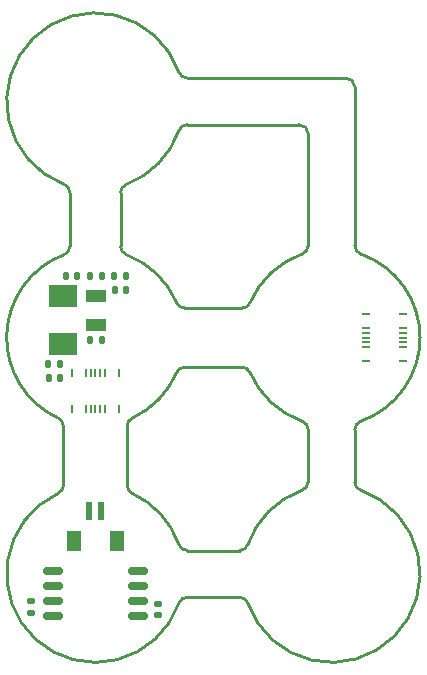
<source format=gbr>
%TF.GenerationSoftware,KiCad,Pcbnew,9.0.1*%
%TF.CreationDate,2025-04-11T17:48:53-04:00*%
%TF.ProjectId,IngestibleCapsule-Board_v2,496e6765-7374-4696-926c-654361707375,rev?*%
%TF.SameCoordinates,Original*%
%TF.FileFunction,Paste,Bot*%
%TF.FilePolarity,Positive*%
%FSLAX46Y46*%
G04 Gerber Fmt 4.6, Leading zero omitted, Abs format (unit mm)*
G04 Created by KiCad (PCBNEW 9.0.1) date 2025-04-11 17:48:53*
%MOMM*%
%LPD*%
G01*
G04 APERTURE LIST*
G04 Aperture macros list*
%AMRoundRect*
0 Rectangle with rounded corners*
0 $1 Rounding radius*
0 $2 $3 $4 $5 $6 $7 $8 $9 X,Y pos of 4 corners*
0 Add a 4 corners polygon primitive as box body*
4,1,4,$2,$3,$4,$5,$6,$7,$8,$9,$2,$3,0*
0 Add four circle primitives for the rounded corners*
1,1,$1+$1,$2,$3*
1,1,$1+$1,$4,$5*
1,1,$1+$1,$6,$7*
1,1,$1+$1,$8,$9*
0 Add four rect primitives between the rounded corners*
20,1,$1+$1,$2,$3,$4,$5,0*
20,1,$1+$1,$4,$5,$6,$7,0*
20,1,$1+$1,$6,$7,$8,$9,0*
20,1,$1+$1,$8,$9,$2,$3,0*%
G04 Aperture macros list end*
%ADD10R,0.600000X1.550000*%
%ADD11R,1.200000X1.800000*%
%ADD12R,2.400000X1.900000*%
%ADD13RoundRect,0.135000X0.135000X0.185000X-0.135000X0.185000X-0.135000X-0.185000X0.135000X-0.185000X0*%
%ADD14R,0.700000X0.200000*%
%ADD15RoundRect,0.135000X-0.185000X0.135000X-0.185000X-0.135000X0.185000X-0.135000X0.185000X0.135000X0*%
%ADD16RoundRect,0.140000X0.170000X-0.140000X0.170000X0.140000X-0.170000X0.140000X-0.170000X-0.140000X0*%
%ADD17RoundRect,0.140000X0.140000X0.170000X-0.140000X0.170000X-0.140000X-0.170000X0.140000X-0.170000X0*%
%ADD18RoundRect,0.140000X-0.140000X-0.170000X0.140000X-0.170000X0.140000X0.170000X-0.140000X0.170000X0*%
%ADD19R,1.800000X1.000000*%
%ADD20RoundRect,0.162500X-0.650000X-0.162500X0.650000X-0.162500X0.650000X0.162500X-0.650000X0.162500X0*%
%ADD21R,0.200000X0.700000*%
%TA.AperFunction,Profile*%
%ADD22C,0.250000*%
%TD*%
G04 APERTURE END LIST*
D10*
%TO.C,J6*%
X90500000Y-114663000D03*
X89500000Y-114663000D03*
D11*
X91800000Y-117188000D03*
X88200000Y-117188000D03*
%TD*%
D12*
%TO.C,Y1*%
X87250000Y-100550000D03*
X87250000Y-96450000D03*
%TD*%
D13*
%TO.C,R3*%
X87050000Y-102250000D03*
X86030000Y-102250000D03*
%TD*%
D14*
%TO.C,J2*%
X112960000Y-102000000D03*
X116040000Y-102000000D03*
X112960000Y-98000000D03*
X116040000Y-98000000D03*
X112960000Y-100800000D03*
X116040000Y-100800000D03*
X112960000Y-100400000D03*
X116040000Y-100400000D03*
X112960000Y-100000000D03*
X116040000Y-100000000D03*
X112960000Y-99600000D03*
X116040000Y-99600000D03*
X112960000Y-99200000D03*
X116040000Y-99200000D03*
%TD*%
D13*
%TO.C,R1*%
X92620000Y-94800000D03*
X91600000Y-94800000D03*
%TD*%
D15*
%TO.C,R8*%
X84600000Y-122290000D03*
X84600000Y-123310000D03*
%TD*%
D16*
%TO.C,C15*%
X95300000Y-123480000D03*
X95300000Y-122520000D03*
%TD*%
D17*
%TO.C,C2*%
X92610000Y-95950000D03*
X91650000Y-95950000D03*
%TD*%
%TO.C,C9*%
X88480000Y-94800000D03*
X87520000Y-94800000D03*
%TD*%
D18*
%TO.C,C12*%
X89570000Y-100200000D03*
X90530000Y-100200000D03*
%TD*%
D19*
%TO.C,Y2*%
X90080000Y-98970000D03*
X90080000Y-96470000D03*
%TD*%
D20*
%TO.C,U4*%
X86412500Y-123600000D03*
X86412500Y-122330000D03*
X86412500Y-121060000D03*
X86412500Y-119790000D03*
X93587500Y-119790000D03*
X93587500Y-121060000D03*
X93587500Y-122330000D03*
X93587500Y-123600000D03*
%TD*%
D18*
%TO.C,C10*%
X86070000Y-103400000D03*
X87030000Y-103400000D03*
%TD*%
%TO.C,C11*%
X89570000Y-94800000D03*
X90530000Y-94800000D03*
%TD*%
D21*
%TO.C,J3*%
X92000000Y-106040000D03*
X92000000Y-102960000D03*
X88000000Y-106040000D03*
X88000000Y-102960000D03*
X90800000Y-106040000D03*
X90800000Y-102960000D03*
X90400000Y-106040000D03*
X90400000Y-102960000D03*
X90000000Y-106040000D03*
X90000000Y-102960000D03*
X89600000Y-106040000D03*
X89600000Y-102960000D03*
X89200000Y-106040000D03*
X89200000Y-102960000D03*
%TD*%
D22*
X87363636Y-87021366D02*
G75*
G02*
X97079062Y-77522727I2636364J7021366D01*
G01*
X111975000Y-107787000D02*
X111975000Y-112213032D01*
X108025000Y-112213000D02*
G75*
G02*
X107522717Y-112920910I-750000J0D01*
G01*
X97079062Y-122477273D02*
G75*
G02*
X86863636Y-113187275I-7079062J2477273D01*
G01*
X92636364Y-92978634D02*
G75*
G02*
X92150003Y-92276500I263636J702134D01*
G01*
X112477273Y-92920938D02*
G75*
G02*
X111975064Y-92213032I247727J707838D01*
G01*
X107522727Y-107079062D02*
G75*
G02*
X108024936Y-107786968I-247727J-707838D01*
G01*
X97582900Y-97500000D02*
G75*
G02*
X96893544Y-97045446I0J750000D01*
G01*
X112477273Y-112920938D02*
G75*
G02*
X111975064Y-112213032I247727J707838D01*
G01*
X97582875Y-102500000D02*
X102417100Y-102500000D01*
X102920938Y-117522727D02*
G75*
G02*
X107522727Y-112920938I7079062J-2477273D01*
G01*
X112477273Y-112920938D02*
G75*
G02*
X102920938Y-122477273I-2477273J-7079062D01*
G01*
X103106477Y-97045455D02*
G75*
G02*
X107522727Y-92920938I6893523J-2954545D01*
G01*
X97787000Y-118025000D02*
X102213032Y-118025000D01*
X108025000Y-92213000D02*
G75*
G02*
X107522717Y-92920910I-750000J0D01*
G01*
X96893523Y-102954545D02*
G75*
G02*
X93136364Y-106812725I-6893523J2954545D01*
G01*
X92700000Y-107494000D02*
G75*
G02*
X93136365Y-106812727I750000J0D01*
G01*
X93136364Y-113187275D02*
G75*
G02*
X92699998Y-112506000I313636J681275D01*
G01*
X92700000Y-107494000D02*
X92700000Y-112506000D01*
X103106477Y-97045455D02*
G75*
G02*
X102417125Y-97499931I-689277J295455D01*
G01*
X97786968Y-121975000D02*
X102213000Y-121975000D01*
X97787000Y-118025000D02*
G75*
G02*
X97079090Y-117522717I0J750000D01*
G01*
X97079062Y-82477273D02*
G75*
G02*
X92636364Y-87021366I-7079062J2477273D01*
G01*
X111975000Y-92213032D02*
X111975000Y-78775000D01*
X97786968Y-81975000D02*
X107275000Y-81975000D01*
X93136364Y-113187275D02*
G75*
G02*
X97079062Y-117522727I-3136364J-6812725D01*
G01*
X92150000Y-87723500D02*
G75*
G02*
X92636363Y-87021364I750000J0D01*
G01*
X86863636Y-106812725D02*
G75*
G02*
X87363636Y-92978634I3136364J6812725D01*
G01*
X87850000Y-87723500D02*
X87850000Y-92276500D01*
X97787000Y-78025000D02*
X111225000Y-78025000D01*
X97582900Y-97500000D02*
X102417125Y-97500000D01*
X97787000Y-78025000D02*
G75*
G02*
X97079090Y-77522717I0J750000D01*
G01*
X102213000Y-121975000D02*
G75*
G02*
X102920910Y-122477283I0J-750000D01*
G01*
X112477273Y-92920938D02*
G75*
G02*
X112477273Y-107079062I-2477273J-7079062D01*
G01*
X87300000Y-107494000D02*
X87300000Y-112506000D01*
X107522727Y-107079062D02*
G75*
G02*
X103106477Y-102954545I2477273J7079062D01*
G01*
X111225000Y-78025000D02*
G75*
G02*
X111975000Y-78775000I0J-750000D01*
G01*
X107275000Y-81975000D02*
G75*
G02*
X108025000Y-82725000I0J-750000D01*
G01*
X92636364Y-92978634D02*
G75*
G02*
X96893523Y-97045455I-2636364J-7021366D01*
G01*
X97079062Y-82477273D02*
G75*
G02*
X97786968Y-81975064I707838J-247727D01*
G01*
X111975000Y-107787000D02*
G75*
G02*
X112477283Y-107079090I750000J0D01*
G01*
X108025000Y-92213000D02*
X108025000Y-82725000D01*
X87300000Y-112506000D02*
G75*
G02*
X86863635Y-113187273I-750000J0D01*
G01*
X102417100Y-102500000D02*
G75*
G02*
X103106456Y-102954554I0J-750000D01*
G01*
X87363636Y-87021366D02*
G75*
G02*
X87849997Y-87723500I-263636J-702134D01*
G01*
X96893523Y-102954545D02*
G75*
G02*
X97582875Y-102500069I689277J-295455D01*
G01*
X97079062Y-122477273D02*
G75*
G02*
X97786968Y-121975064I707838J-247727D01*
G01*
X108025000Y-107786968D02*
X108025000Y-112213000D01*
X86863636Y-106812725D02*
G75*
G02*
X87300002Y-107494000I-313636J-681275D01*
G01*
X102920938Y-117522727D02*
G75*
G02*
X102213032Y-118024936I-707838J247727D01*
G01*
X87850000Y-92276500D02*
G75*
G02*
X87363637Y-92978636I-750000J0D01*
G01*
X92150000Y-87723500D02*
X92150000Y-92276500D01*
M02*

</source>
